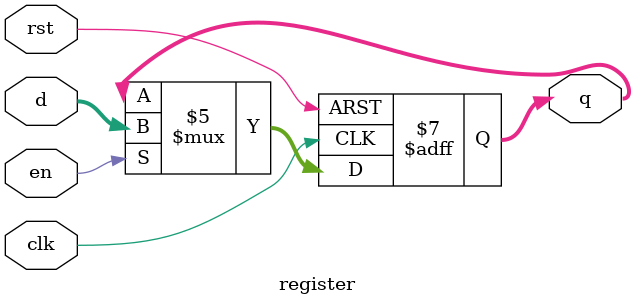
<source format=v>
`timescale 1ns / 1ps


module register(
        clk,
        rst,
        en,
        d,
        q
    );
    input clk,rst,en;
    input wire[15:0]d;
    output reg[15:0]q;

    always@(posedge clk or negedge rst )
        if(rst==0)
            q <= 16'b0000_0000_0000_0000;
        else
        begin
            if(en==1)
                q <= d;
            else
                q <= q;
        end
endmodule

</source>
